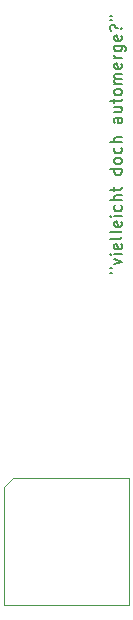
<source format=gto>
%TF.GenerationSoftware,KiCad,Pcbnew,7.0.8*%
%TF.CreationDate,2023-10-18T23:35:29+02:00*%
%TF.ProjectId,connector_breakout,636f6e6e-6563-4746-9f72-5f627265616b,rev?*%
%TF.SameCoordinates,Original*%
%TF.FileFunction,Legend,Top*%
%TF.FilePolarity,Positive*%
%FSLAX46Y46*%
G04 Gerber Fmt 4.6, Leading zero omitted, Abs format (unit mm)*
G04 Created by KiCad (PCBNEW 7.0.8) date 2023-10-18 23:35:29*
%MOMM*%
%LPD*%
G01*
G04 APERTURE LIST*
%ADD10C,0.150000*%
%ADD11C,0.120000*%
%ADD12R,4.000000X0.250000*%
%ADD13O,1.700000X1.700000*%
%ADD14R,1.700000X1.700000*%
G04 APERTURE END LIST*
D10*
X138061819Y-62956839D02*
X138252295Y-62956839D01*
X138061819Y-62575887D02*
X138252295Y-62575887D01*
X138395152Y-62242553D02*
X139061819Y-62004458D01*
X139061819Y-62004458D02*
X138395152Y-61766363D01*
X139061819Y-61385410D02*
X138395152Y-61385410D01*
X138061819Y-61385410D02*
X138109438Y-61433029D01*
X138109438Y-61433029D02*
X138157057Y-61385410D01*
X138157057Y-61385410D02*
X138109438Y-61337791D01*
X138109438Y-61337791D02*
X138061819Y-61385410D01*
X138061819Y-61385410D02*
X138157057Y-61385410D01*
X139014200Y-60528268D02*
X139061819Y-60623506D01*
X139061819Y-60623506D02*
X139061819Y-60813982D01*
X139061819Y-60813982D02*
X139014200Y-60909220D01*
X139014200Y-60909220D02*
X138918961Y-60956839D01*
X138918961Y-60956839D02*
X138538009Y-60956839D01*
X138538009Y-60956839D02*
X138442771Y-60909220D01*
X138442771Y-60909220D02*
X138395152Y-60813982D01*
X138395152Y-60813982D02*
X138395152Y-60623506D01*
X138395152Y-60623506D02*
X138442771Y-60528268D01*
X138442771Y-60528268D02*
X138538009Y-60480649D01*
X138538009Y-60480649D02*
X138633247Y-60480649D01*
X138633247Y-60480649D02*
X138728485Y-60956839D01*
X139061819Y-59909220D02*
X139014200Y-60004458D01*
X139014200Y-60004458D02*
X138918961Y-60052077D01*
X138918961Y-60052077D02*
X138061819Y-60052077D01*
X139061819Y-59385410D02*
X139014200Y-59480648D01*
X139014200Y-59480648D02*
X138918961Y-59528267D01*
X138918961Y-59528267D02*
X138061819Y-59528267D01*
X139014200Y-58623505D02*
X139061819Y-58718743D01*
X139061819Y-58718743D02*
X139061819Y-58909219D01*
X139061819Y-58909219D02*
X139014200Y-59004457D01*
X139014200Y-59004457D02*
X138918961Y-59052076D01*
X138918961Y-59052076D02*
X138538009Y-59052076D01*
X138538009Y-59052076D02*
X138442771Y-59004457D01*
X138442771Y-59004457D02*
X138395152Y-58909219D01*
X138395152Y-58909219D02*
X138395152Y-58718743D01*
X138395152Y-58718743D02*
X138442771Y-58623505D01*
X138442771Y-58623505D02*
X138538009Y-58575886D01*
X138538009Y-58575886D02*
X138633247Y-58575886D01*
X138633247Y-58575886D02*
X138728485Y-59052076D01*
X139061819Y-58147314D02*
X138395152Y-58147314D01*
X138061819Y-58147314D02*
X138109438Y-58194933D01*
X138109438Y-58194933D02*
X138157057Y-58147314D01*
X138157057Y-58147314D02*
X138109438Y-58099695D01*
X138109438Y-58099695D02*
X138061819Y-58147314D01*
X138061819Y-58147314D02*
X138157057Y-58147314D01*
X139014200Y-57242553D02*
X139061819Y-57337791D01*
X139061819Y-57337791D02*
X139061819Y-57528267D01*
X139061819Y-57528267D02*
X139014200Y-57623505D01*
X139014200Y-57623505D02*
X138966580Y-57671124D01*
X138966580Y-57671124D02*
X138871342Y-57718743D01*
X138871342Y-57718743D02*
X138585628Y-57718743D01*
X138585628Y-57718743D02*
X138490390Y-57671124D01*
X138490390Y-57671124D02*
X138442771Y-57623505D01*
X138442771Y-57623505D02*
X138395152Y-57528267D01*
X138395152Y-57528267D02*
X138395152Y-57337791D01*
X138395152Y-57337791D02*
X138442771Y-57242553D01*
X139061819Y-56813981D02*
X138061819Y-56813981D01*
X139061819Y-56385410D02*
X138538009Y-56385410D01*
X138538009Y-56385410D02*
X138442771Y-56433029D01*
X138442771Y-56433029D02*
X138395152Y-56528267D01*
X138395152Y-56528267D02*
X138395152Y-56671124D01*
X138395152Y-56671124D02*
X138442771Y-56766362D01*
X138442771Y-56766362D02*
X138490390Y-56813981D01*
X138395152Y-56052076D02*
X138395152Y-55671124D01*
X138061819Y-55909219D02*
X138918961Y-55909219D01*
X138918961Y-55909219D02*
X139014200Y-55861600D01*
X139014200Y-55861600D02*
X139061819Y-55766362D01*
X139061819Y-55766362D02*
X139061819Y-55671124D01*
X139061819Y-54147314D02*
X138061819Y-54147314D01*
X139014200Y-54147314D02*
X139061819Y-54242552D01*
X139061819Y-54242552D02*
X139061819Y-54433028D01*
X139061819Y-54433028D02*
X139014200Y-54528266D01*
X139014200Y-54528266D02*
X138966580Y-54575885D01*
X138966580Y-54575885D02*
X138871342Y-54623504D01*
X138871342Y-54623504D02*
X138585628Y-54623504D01*
X138585628Y-54623504D02*
X138490390Y-54575885D01*
X138490390Y-54575885D02*
X138442771Y-54528266D01*
X138442771Y-54528266D02*
X138395152Y-54433028D01*
X138395152Y-54433028D02*
X138395152Y-54242552D01*
X138395152Y-54242552D02*
X138442771Y-54147314D01*
X139061819Y-53528266D02*
X139014200Y-53623504D01*
X139014200Y-53623504D02*
X138966580Y-53671123D01*
X138966580Y-53671123D02*
X138871342Y-53718742D01*
X138871342Y-53718742D02*
X138585628Y-53718742D01*
X138585628Y-53718742D02*
X138490390Y-53671123D01*
X138490390Y-53671123D02*
X138442771Y-53623504D01*
X138442771Y-53623504D02*
X138395152Y-53528266D01*
X138395152Y-53528266D02*
X138395152Y-53385409D01*
X138395152Y-53385409D02*
X138442771Y-53290171D01*
X138442771Y-53290171D02*
X138490390Y-53242552D01*
X138490390Y-53242552D02*
X138585628Y-53194933D01*
X138585628Y-53194933D02*
X138871342Y-53194933D01*
X138871342Y-53194933D02*
X138966580Y-53242552D01*
X138966580Y-53242552D02*
X139014200Y-53290171D01*
X139014200Y-53290171D02*
X139061819Y-53385409D01*
X139061819Y-53385409D02*
X139061819Y-53528266D01*
X139014200Y-52337790D02*
X139061819Y-52433028D01*
X139061819Y-52433028D02*
X139061819Y-52623504D01*
X139061819Y-52623504D02*
X139014200Y-52718742D01*
X139014200Y-52718742D02*
X138966580Y-52766361D01*
X138966580Y-52766361D02*
X138871342Y-52813980D01*
X138871342Y-52813980D02*
X138585628Y-52813980D01*
X138585628Y-52813980D02*
X138490390Y-52766361D01*
X138490390Y-52766361D02*
X138442771Y-52718742D01*
X138442771Y-52718742D02*
X138395152Y-52623504D01*
X138395152Y-52623504D02*
X138395152Y-52433028D01*
X138395152Y-52433028D02*
X138442771Y-52337790D01*
X139061819Y-51909218D02*
X138061819Y-51909218D01*
X139061819Y-51480647D02*
X138538009Y-51480647D01*
X138538009Y-51480647D02*
X138442771Y-51528266D01*
X138442771Y-51528266D02*
X138395152Y-51623504D01*
X138395152Y-51623504D02*
X138395152Y-51766361D01*
X138395152Y-51766361D02*
X138442771Y-51861599D01*
X138442771Y-51861599D02*
X138490390Y-51909218D01*
X139061819Y-49813980D02*
X138538009Y-49813980D01*
X138538009Y-49813980D02*
X138442771Y-49861599D01*
X138442771Y-49861599D02*
X138395152Y-49956837D01*
X138395152Y-49956837D02*
X138395152Y-50147313D01*
X138395152Y-50147313D02*
X138442771Y-50242551D01*
X139014200Y-49813980D02*
X139061819Y-49909218D01*
X139061819Y-49909218D02*
X139061819Y-50147313D01*
X139061819Y-50147313D02*
X139014200Y-50242551D01*
X139014200Y-50242551D02*
X138918961Y-50290170D01*
X138918961Y-50290170D02*
X138823723Y-50290170D01*
X138823723Y-50290170D02*
X138728485Y-50242551D01*
X138728485Y-50242551D02*
X138680866Y-50147313D01*
X138680866Y-50147313D02*
X138680866Y-49909218D01*
X138680866Y-49909218D02*
X138633247Y-49813980D01*
X138395152Y-48909218D02*
X139061819Y-48909218D01*
X138395152Y-49337789D02*
X138918961Y-49337789D01*
X138918961Y-49337789D02*
X139014200Y-49290170D01*
X139014200Y-49290170D02*
X139061819Y-49194932D01*
X139061819Y-49194932D02*
X139061819Y-49052075D01*
X139061819Y-49052075D02*
X139014200Y-48956837D01*
X139014200Y-48956837D02*
X138966580Y-48909218D01*
X138395152Y-48575884D02*
X138395152Y-48194932D01*
X138061819Y-48433027D02*
X138918961Y-48433027D01*
X138918961Y-48433027D02*
X139014200Y-48385408D01*
X139014200Y-48385408D02*
X139061819Y-48290170D01*
X139061819Y-48290170D02*
X139061819Y-48194932D01*
X139061819Y-47718741D02*
X139014200Y-47813979D01*
X139014200Y-47813979D02*
X138966580Y-47861598D01*
X138966580Y-47861598D02*
X138871342Y-47909217D01*
X138871342Y-47909217D02*
X138585628Y-47909217D01*
X138585628Y-47909217D02*
X138490390Y-47861598D01*
X138490390Y-47861598D02*
X138442771Y-47813979D01*
X138442771Y-47813979D02*
X138395152Y-47718741D01*
X138395152Y-47718741D02*
X138395152Y-47575884D01*
X138395152Y-47575884D02*
X138442771Y-47480646D01*
X138442771Y-47480646D02*
X138490390Y-47433027D01*
X138490390Y-47433027D02*
X138585628Y-47385408D01*
X138585628Y-47385408D02*
X138871342Y-47385408D01*
X138871342Y-47385408D02*
X138966580Y-47433027D01*
X138966580Y-47433027D02*
X139014200Y-47480646D01*
X139014200Y-47480646D02*
X139061819Y-47575884D01*
X139061819Y-47575884D02*
X139061819Y-47718741D01*
X139061819Y-46956836D02*
X138395152Y-46956836D01*
X138490390Y-46956836D02*
X138442771Y-46909217D01*
X138442771Y-46909217D02*
X138395152Y-46813979D01*
X138395152Y-46813979D02*
X138395152Y-46671122D01*
X138395152Y-46671122D02*
X138442771Y-46575884D01*
X138442771Y-46575884D02*
X138538009Y-46528265D01*
X138538009Y-46528265D02*
X139061819Y-46528265D01*
X138538009Y-46528265D02*
X138442771Y-46480646D01*
X138442771Y-46480646D02*
X138395152Y-46385408D01*
X138395152Y-46385408D02*
X138395152Y-46242551D01*
X138395152Y-46242551D02*
X138442771Y-46147312D01*
X138442771Y-46147312D02*
X138538009Y-46099693D01*
X138538009Y-46099693D02*
X139061819Y-46099693D01*
X139014200Y-45242551D02*
X139061819Y-45337789D01*
X139061819Y-45337789D02*
X139061819Y-45528265D01*
X139061819Y-45528265D02*
X139014200Y-45623503D01*
X139014200Y-45623503D02*
X138918961Y-45671122D01*
X138918961Y-45671122D02*
X138538009Y-45671122D01*
X138538009Y-45671122D02*
X138442771Y-45623503D01*
X138442771Y-45623503D02*
X138395152Y-45528265D01*
X138395152Y-45528265D02*
X138395152Y-45337789D01*
X138395152Y-45337789D02*
X138442771Y-45242551D01*
X138442771Y-45242551D02*
X138538009Y-45194932D01*
X138538009Y-45194932D02*
X138633247Y-45194932D01*
X138633247Y-45194932D02*
X138728485Y-45671122D01*
X139061819Y-44766360D02*
X138395152Y-44766360D01*
X138585628Y-44766360D02*
X138490390Y-44718741D01*
X138490390Y-44718741D02*
X138442771Y-44671122D01*
X138442771Y-44671122D02*
X138395152Y-44575884D01*
X138395152Y-44575884D02*
X138395152Y-44480646D01*
X138395152Y-43718741D02*
X139204676Y-43718741D01*
X139204676Y-43718741D02*
X139299914Y-43766360D01*
X139299914Y-43766360D02*
X139347533Y-43813979D01*
X139347533Y-43813979D02*
X139395152Y-43909217D01*
X139395152Y-43909217D02*
X139395152Y-44052074D01*
X139395152Y-44052074D02*
X139347533Y-44147312D01*
X139014200Y-43718741D02*
X139061819Y-43813979D01*
X139061819Y-43813979D02*
X139061819Y-44004455D01*
X139061819Y-44004455D02*
X139014200Y-44099693D01*
X139014200Y-44099693D02*
X138966580Y-44147312D01*
X138966580Y-44147312D02*
X138871342Y-44194931D01*
X138871342Y-44194931D02*
X138585628Y-44194931D01*
X138585628Y-44194931D02*
X138490390Y-44147312D01*
X138490390Y-44147312D02*
X138442771Y-44099693D01*
X138442771Y-44099693D02*
X138395152Y-44004455D01*
X138395152Y-44004455D02*
X138395152Y-43813979D01*
X138395152Y-43813979D02*
X138442771Y-43718741D01*
X139014200Y-42861598D02*
X139061819Y-42956836D01*
X139061819Y-42956836D02*
X139061819Y-43147312D01*
X139061819Y-43147312D02*
X139014200Y-43242550D01*
X139014200Y-43242550D02*
X138918961Y-43290169D01*
X138918961Y-43290169D02*
X138538009Y-43290169D01*
X138538009Y-43290169D02*
X138442771Y-43242550D01*
X138442771Y-43242550D02*
X138395152Y-43147312D01*
X138395152Y-43147312D02*
X138395152Y-42956836D01*
X138395152Y-42956836D02*
X138442771Y-42861598D01*
X138442771Y-42861598D02*
X138538009Y-42813979D01*
X138538009Y-42813979D02*
X138633247Y-42813979D01*
X138633247Y-42813979D02*
X138728485Y-43290169D01*
X138966580Y-42242550D02*
X139014200Y-42194931D01*
X139014200Y-42194931D02*
X139061819Y-42242550D01*
X139061819Y-42242550D02*
X139014200Y-42290169D01*
X139014200Y-42290169D02*
X138966580Y-42242550D01*
X138966580Y-42242550D02*
X139061819Y-42242550D01*
X138109438Y-42433026D02*
X138061819Y-42337788D01*
X138061819Y-42337788D02*
X138061819Y-42099693D01*
X138061819Y-42099693D02*
X138109438Y-42004455D01*
X138109438Y-42004455D02*
X138204676Y-41956836D01*
X138204676Y-41956836D02*
X138299914Y-41956836D01*
X138299914Y-41956836D02*
X138395152Y-42004455D01*
X138395152Y-42004455D02*
X138442771Y-42052074D01*
X138442771Y-42052074D02*
X138490390Y-42147312D01*
X138490390Y-42147312D02*
X138538009Y-42194931D01*
X138538009Y-42194931D02*
X138633247Y-42242550D01*
X138633247Y-42242550D02*
X138680866Y-42242550D01*
X138061819Y-41575883D02*
X138252295Y-41575883D01*
X138061819Y-41194931D02*
X138252295Y-41194931D01*
D11*
%TO.C,J2*%
X129060000Y-81082000D02*
X129860000Y-80282000D01*
X129060000Y-91032000D02*
X129060000Y-81082000D01*
X129860000Y-80282000D02*
X139660000Y-80282000D01*
X139660000Y-80282000D02*
X139660000Y-91032000D01*
X139660000Y-91032000D02*
X129060000Y-91032000D01*
%TD*%
%LPC*%
D12*
%TO.C,J2*%
X131560000Y-80907000D03*
X137160000Y-80907000D03*
X131560000Y-81407000D03*
X137160000Y-81407000D03*
X131560000Y-81907000D03*
X137160000Y-81907000D03*
X131560000Y-82407000D03*
X137160000Y-82407000D03*
X131560000Y-82907000D03*
X137160000Y-82907000D03*
X131560000Y-83407000D03*
X137160000Y-83407000D03*
X131560000Y-83907000D03*
X137160000Y-83907000D03*
X131560000Y-84407000D03*
X137160000Y-84407000D03*
X131560000Y-84907000D03*
X137160000Y-84907000D03*
X131560000Y-85407000D03*
X137160000Y-85407000D03*
X131560000Y-85907000D03*
X137160000Y-85907000D03*
X131560000Y-86407000D03*
X137160000Y-86407000D03*
X131560000Y-86907000D03*
X137160000Y-86907000D03*
X131560000Y-87407000D03*
X137160000Y-87407000D03*
X131560000Y-87907000D03*
X137160000Y-87907000D03*
X131560000Y-88407000D03*
X137160000Y-88407000D03*
X131560000Y-88907000D03*
X137160000Y-88907000D03*
X131560000Y-89407000D03*
X137160000Y-89407000D03*
X131560000Y-89907000D03*
X137160000Y-89907000D03*
X131560000Y-90407000D03*
X137160000Y-90407000D03*
%TD*%
D13*
%TO.C,J1*%
X135636000Y-29823936D03*
X133096000Y-29823936D03*
X135636000Y-32363936D03*
X133096000Y-32363936D03*
X135636000Y-34903936D03*
X133096000Y-34903936D03*
X135636000Y-37443936D03*
X133096000Y-37443936D03*
X135636000Y-39983936D03*
X133096000Y-39983936D03*
X135636000Y-42523936D03*
X133096000Y-42523936D03*
X135636000Y-45063936D03*
X133096000Y-45063936D03*
X135636000Y-47603936D03*
X133096000Y-47603936D03*
X135636000Y-50143936D03*
X133096000Y-50143936D03*
X135636000Y-52683936D03*
X133096000Y-52683936D03*
X135636000Y-55223936D03*
X133096000Y-55223936D03*
X135636000Y-57763936D03*
X133096000Y-57763936D03*
X135636000Y-60303936D03*
X133096000Y-60303936D03*
X135636000Y-62843936D03*
X133096000Y-62843936D03*
X135636000Y-65383936D03*
X133096000Y-65383936D03*
X135636000Y-67923936D03*
X133096000Y-67923936D03*
X135636000Y-70463936D03*
X133096000Y-70463936D03*
X135636000Y-73003936D03*
X133096000Y-73003936D03*
X135636000Y-75543936D03*
X133096000Y-75543936D03*
X135636000Y-78083936D03*
D14*
X133096000Y-78083936D03*
%TD*%
%LPD*%
M02*

</source>
